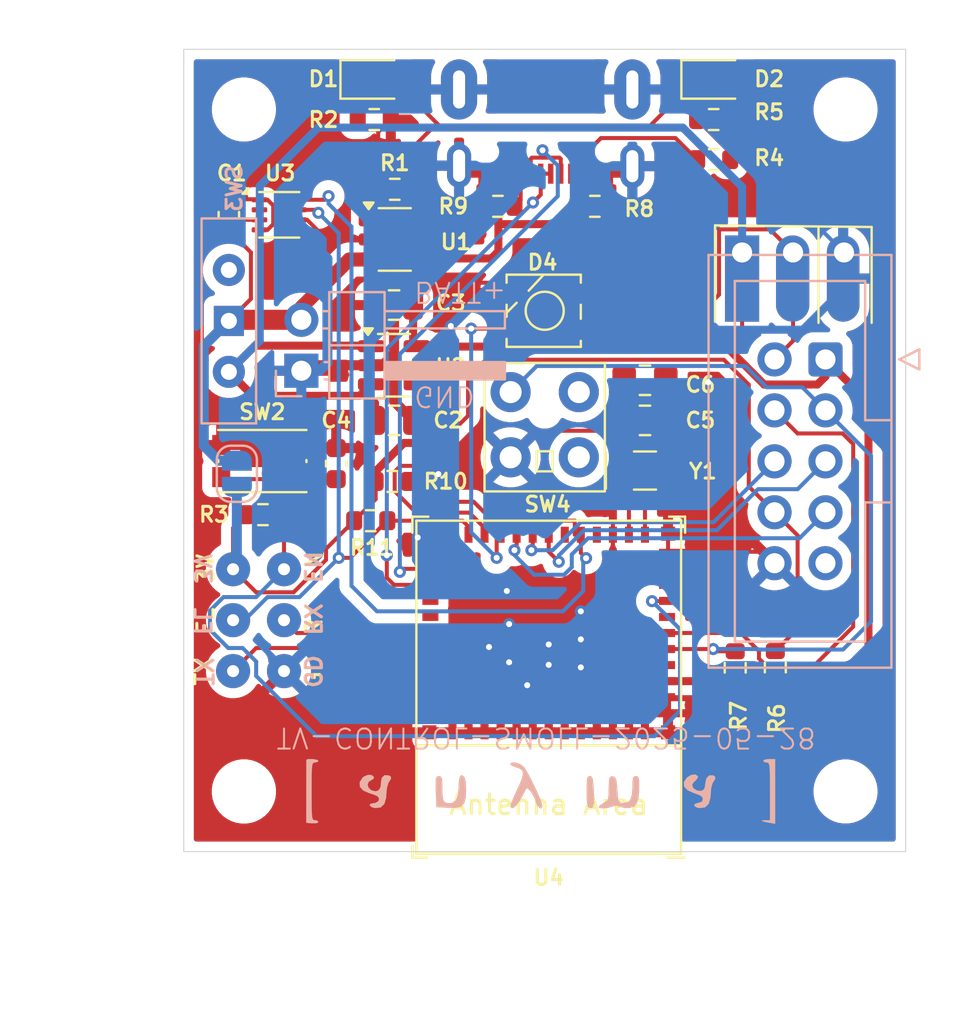
<source format=kicad_pcb>
(kicad_pcb (version 20241229) (generator "pcbnew") (generator_version "9.0")
  (layers (0 "F.Cu" signal) (2 "B.Cu" signal) (13 "F.Paste" user) (15 "B.Paste" user) (5 "F.SilkS" user "F.Silkscreen") (7 "B.SilkS" user "B.Silkscreen") (1 "F.Mask" user) (3 "B.Mask" user) (25 "Edge.Cuts" user))
  (net 0 "")
  (net 1 "GND")
  (net 2 "+BATT")
  (net 3 "+3V8")
  (net 4 "+3V3")
  (net 5 "/en")
  (net 6 "Net-(U4-GPIO0{slash}ADC1_CH0{slash}XTAL_32K_P)")
  (net 7 "Net-(U4-GPIO1{slash}ADC1_CH1{slash}XTAL_32K_N)")
  (net 8 "Net-(D1-A)")
  (net 9 "Net-(D1-K)")
  (net 10 "Net-(D2-A)")
  (net 11 "/pix")
  (net 12 "/pixout")
  (net 14 "/gpio_8")
  (net 15 "Net-(J2-Pin_5)")
  (net 16 "Net-(J2-Pin_7)")
  (net 17 "/strap2")
  (net 18 "Net-(J2-Pin_6)")
  (net 19 "Net-(J2-Pin_4)")
  (net 20 "/rx")
  (net 21 "/tx")
  (net 22 "/scl{slash}flash")
  (net 23 "/usb-")
  (net 24 "Net-(J4-CC1)")
  (net 25 "Net-(J4-CC2)")
  (net 27 "/usb+")
  (net 28 "+5V")
  (net 30 "Net-(U1-PROG)")
  (net 31 "/sda")
  (footprint "Anyma06:DDS001" (layer "F.Cu") (at 128 152.54 -90)
    (property "Reference" "SW4")
    (property "Value" "Btn-1")
  )
  (footprint "MountingHole:MountingHole_2.7mm_M2.5" (layer "F.Cu") (at 143 169)
    (property "Reference" "H2" (hide yes))
    (property "Value" "MountingHole")
  )
  (footprint "Package_TO_SOT_SMD:SOT-23-5" (layer "F.Cu") (at 120.488095 147.750001)
    (property "Reference" "U2")
    (property "Value" "XC6220B331MR")
  )
  (footprint "Capacitor_SMD:C_0805_2012Metric_Pad1.18x1.45mm_HandSolder" (layer "F.Cu") (at 133 150.5)
    (property "Reference" "C5")
    (property "Value" "10p")
  )
  (footprint "Capacitor_SMD:C_0805_2012Metric_Pad1.18x1.45mm_HandSolder" (layer "F.Cu") (at 133 148.5)
    (property "Reference" "C6")
    (property "Value" "10p")
  )
  (footprint "Resistor_SMD:R_0603_1608Metric" (layer "F.Cu") (at 130.5 139.827)
    (property "Reference" "R8")
    (property "Value" "5k1")
  )
  (footprint "Anyma06:ESP-POGO-PROG-THT" (layer "F.Cu") (at 113.66 160.42)
    (property "Reference" "J3" (hide yes))
    (property "Value" "Prog")
  )
  (footprint "MountingHole:MountingHole_2.7mm_M2.5" (layer "F.Cu") (at 113 135)
    (property "Reference" "H3" (hide yes))
    (property "Value" "MountingHole")
  )
  (footprint "Resistor_SMD:R_0603_1608Metric" (layer "F.Cu") (at 120.396 153.543)
    (property "Reference" "R10")
    (property "Value" "5k1")
  )
  (footprint "Capacitor_SMD:C_0805_2012Metric" (layer "F.Cu") (at 120.488095 150.500001)
    (property "Reference" "C2")
    (property "Value" "10u")
  )
  (footprint "MountingHole:MountingHole_2.7mm_M2.5" (layer "F.Cu") (at 113 169)
    (property "Reference" "H4" (hide yes))
    (property "Value" "MountingHole")
  )
  (footprint "Resistor_SMD:R_0603_1608Metric" (layer "F.Cu") (at 125.667 139.827 180)
    (property "Reference" "R9")
    (property "Value" "5k1")
  )
  (footprint "Capacitor_SMD:C_0603_1608Metric" (layer "F.Cu") (at 112.25 140.25 90)
    (property "Reference" "C1")
    (property "Value" "100n")
  )
  (footprint "Package_TO_SOT_SMD:SOT-23-5" (layer "F.Cu") (at 120.523 141.478)
    (property "Reference" "U1")
    (property "Value" "MCP73831-2-OT")
  )
  (footprint "Capacitor_SMD:C_0805_2012Metric" (layer "F.Cu") (at 120.488095 144.750001 180)
    (property "Reference" "C3")
    (property "Value" "4u7")
  )
  (footprint "Anyma06:ESP32-C3-MINI-1" (layer "F.Cu") (at 128.2 163.8 180)
    (property "Reference" "U4")
    (property "Value" "ESP32-C3-MINI-1")
  )
  (footprint "Resistor_SMD:R_0603_1608Metric" (layer "F.Cu") (at 136.425 137.5)
    (property "Reference" "R4")
    (property "Value" "2k")
  )
  (footprint "Resistor_SMD:R_0603_1608Metric" (layer "F.Cu") (at 113.95 155.2)
    (property "Reference" "R3")
    (property "Value" "5k1")
  )
  (footprint "Resistor_SMD:R_0603_1608Metric" (layer "F.Cu") (at 120.523 138.978 180)
    (property "Reference" "R1")
    (property "Value" "2k")
  )
  (footprint "MountingHole:MountingHole_2.7mm_M2.5" (layer "F.Cu") (at 143 135)
    (property "Reference" "H1" (hide yes))
    (property "Value" "MountingHole")
  )
  (footprint "Resistor_SMD:R_0603_1608Metric" (layer "F.Cu") (at 137.5 162.835 90)
    (property "Reference" "R7")
    (property "Value" "5k1")
  )
  (footprint "Resistor_SMD:R_0603_1608Metric" (layer "F.Cu") (at 119.325 155.5)
    (property "Reference" "R11")
    (property "Value" "5k1")
  )
  (footprint "Resistor_SMD:R_0603_1608Metric" (layer "F.Cu") (at 139.5 162.825 90)
    (property "Reference" "R6")
    (property "Value" "5k1")
  )
  (footprint "Button_Switch_SMD:SW_Push_1P1T_NO_CK_KMR2" (layer "F.Cu") (at 113.919 152.527)
    (property "Reference" "SW2")
    (property "Value" "Reset")
  )
  (footprint "Resistor_SMD:R_0603_1608Metric" (layer "F.Cu") (at 119.5 135.5)
    (property "Reference" "R2")
    (property "Value" "2k")
  )
  (footprint "Resistor_SMD:R_0603_1608Metric" (layer "F.Cu") (at 136.425 135.5)
    (property "Reference" "R5")
    (property "Value" "2k")
  )
  (footprint "LED_SMD:LED_0805_2012Metric" (layer "F.Cu") (at 119.5 133.5)
    (property "Reference" "D1")
    (property "Value" "RDY")
  )
  (footprint "synkie_footprints:JAE_USB-C_SJ122205" (layer "F.Cu") (at 128.05 137.1 180)
    (property "Reference" "J4" (hide yes))
    (property "Value" "USB_C_Receptacle_USB2.0")
  )
  (footprint "Crystal:Crystal_SMD_G8-2Pin_3.2x1.5mm" (layer "F.Cu") (at 133 153)
    (property "Reference" "Y1")
    (property "Value" "32.768khz")
  )
  (footprint "Capacitor_SMD:C_0603_1608Metric" (layer "F.Cu") (at 117.602 152.654 90)
    (property "Reference" "C4")
    (property "Value" "1u")
  )
  (footprint "Package_DFN_QFN:TDFN-8-1EP_2x2mm_P0.5mm_EP0.8x1.2mm" (layer "F.Cu") (at 114.7625 140.25)
    (property "Reference" "U3")
    (property "Value" "~")
  )
  (footprint "Anyma06:SK6812-MINI-HS" (layer "F.Cu") (at 128 145.034 180)
    (property "Reference" "D4")
    (property "Value" "SK6812MINI")
  )
  (footprint "Anyma06:ComboPinhead_03" (layer "F.Cu") (at 137.843 142.1275 90)
    (property "Reference" "J11" (hide yes))
    (property "Value" "pixels")
  )
  (footprint "LED_SMD:LED_0805_2012Metric" (layer "F.Cu") (at 136.5 133.5)
    (property "Reference" "D2")
    (property "Value" "CHRG")
  )
  (footprint "Jumper:SolderJumper-2_P1.3mm_Open_RoundedPad1.0x1.5mm" (layer "B.Cu") (at 112.649 153.162 -90)
    (property "Reference" "JP1" (hide yes))
    (property "Value" "cell-powered")
  )
  (footprint "Connector_PinHeader_2.54mm:PinHeader_1x02_P2.54mm_Horizontal" (layer "B.Cu") (at 115.865 148.025)
    (property "Reference" "J1" (hide yes))
    (property "Value" "BATT")
  )
  (footprint "Button_Switch_THT:SW_Slide-03_Wuerth-WS-SLTV_10x2.5x6.4_P2.54mm" (layer "B.Cu") (at 112.25 145.54 90)
    (property "Reference" "SW3")
    (property "Value" "SW_SPDT")
  )
  (footprint "anyma_footprints:logo_anyma" (layer "B.Cu") (at 127.889 168.91)
    (property "Reference" "U5" (hide yes))
    (property "Value" "LOGO" (hide yes))
  )
  (footprint "Connector_IDC:IDC-Header_2x05_P2.54mm_Vertical" (layer "B.Cu") (at 142 147.46 180)
    (property "Reference" "J2" (hide yes))
    (property "Value" "Conn_01x10")
  )
  (gr_rect (start 110 132) (end 146 172) (stroke (width 0.05)) (fill no) (layer "Edge.Cuts"))
  (gr_text "GND" (at 121.412 148.717 180) (layer "B.SilkS") (effects (font (size 1 1) (thickness 0.1)) (justify left bottom mirror)))
  (gr_text "TV-CONTROL-SMOLL-2025-05-28" (at 114.554 165.735 180) (layer "B.SilkS") (effects (font (size 1 1) (thickness 0.1)) (justify left bottom mirror)))
  (gr_text "BATT+" (at 121.412 143.51 180) (layer "B.SilkS") (effects (font (size 1 1) (thickness 0.1)) (justify left bottom mirror)))
  (segment (start 115.865 148.025) (end 116.139999 147.750001) (width 0.5) (layer "F.Cu") (net 1))
  (segment (start 130.175 159.385) (end 129.8 159.76) (width 0.2) (layer "F.Cu") (net 1))
  (segment (start 124.95 138.2) (end 124.13 138.2) (width 0.4) (layer "F.Cu") (net 1))
  (segment (start 120.489095 147.667095) (end 120.489095 149.551001) (width 0.5) (layer "F.Cu") (net 1))
  (segment (start 120.487095 143.637) (end 120.487095 142.783905) (width 0.5) (layer "F.Cu") (net 1))
  (segment (start 126.225 159.118) (end 126.225 160.655) (width 0.2) (layer "F.Cu") (net 1))
  (segment (start 117.131298 141.478) (end 118.11 141.478) (width 0.2) (layer "F.Cu") (net 1))
  (segment (start 120.523 142.748) (end 120.523 141.478) (width 0.5) (layer "F.Cu") (net 1))
  (segment (start 120.487095 147.665095) (end 120.489095 147.667095) (width 0.5) (layer "F.Cu") (net 1))
  (segment (start 126.111 159.004) (end 126.225 159.118) (width 0.2) (layer "F.Cu") (net 1))
  (segment (start 119.3855 141.478) (end 118.999 141.478) (width 0.5) (layer "F.Cu") (net 1))
  (segment (start 115 163) (end 116.078 164.078) (width 0.2) (layer "F.Cu") (net 1))
  (segment (start 134.1 157.1) (end 132.2 157.1) (width 0.2) (layer "F.Cu") (net 1))
  (segment (start 115.0125 140.5) (end 114.7625 140.25) (width 0.2) (layer "F.Cu") (net 1))
  (segment (start 126.2 144.144) (end 125.693 143.637) (width 0.2) (layer "F.Cu") (net 1))
  (segment (start 119.917195 147.750001) (end 120.487095 147.180101) (width 0.5) (layer "F.Cu") (net 1))
  (segment (start 119.538095 144.750001) (end 120.457096 144.750001) (width 0.5) (layer "F.Cu") (net 1))
  (segment (start 117.796 166.05) (end 122.25 166.05) (width 0.2) (layer "F.Cu") (net 1))
  (segment (start 116.153298 140.5) (end 117.131298 141.478) (width 0.2) (layer "F.Cu") (net 1))
  (segment (start 120.487095 142.783905) (end 120.523 142.748) (width 0.5) (layer "F.Cu") (net 1))
  (segment (start 131.9625 150.5) (end 131.4465 151.016) (width 0.2) (layer "F.Cu") (net 1))
  (segment (start 128.2 162.687) (end 128.2 163.075) (width 0.2) (layer "F.Cu") (net 1))
  (segment (start 131.15 139.652) (end 131.325 139.827) (width 0.4) (layer "F.Cu") (net 1))
  (segment (start 113.775 139.5) (end 114.178298 139.5) (width 0.2) (layer "F.Cu") (net 1))
  (segment (start 118.237 141.351) (end 118.11 141.478) (width 0.2) (layer "F.Cu") (net 1))
  (segment (start 134.15 156.15) (end 134.15 157.05) (width 0.2) (layer "F.Cu") (net 1))
  (segment (start 119.3855 141.478) (end 120.523 141.478) (width 0.5) (layer "F.Cu") (net 1))
  (segment (start 131.15 138.2) (end 131.15 139.652) (width 0.4) (layer "F.Cu") (net 1))
  (segment (start 134.1 164.3) (end 134.1 166) (width 0.2) (layer "F.Cu") (net 1))
  (segment (start 131.4 156.2) (end 131.4 157.9) (width 0.2) (layer "F.Cu") (net 1))
  (segment (start 119.350595 147.750001) (end 119.917195 147.750001) (width 0.5) (layer "F.Cu") (net 1))
  (segment (start 126.225 160.655) (end 126.225 162.56) (width 0.2) (layer "F.Cu") (net 1))
  (segment (start 126.225 159.125) (end 126.225 163.075) (width 0.2) (layer "F.Cu") (net 1))
  (segment (start 115.951 164.205) (end 117.796 166.05) (width 0.2) (layer "F.Cu") (net 1))
  (segment (start 125.693 143.637) (end 120.487095 143.637) (width 0.2) (layer "F.Cu") (net 1))
  (segment (start 118.11 141.478) (end 119.3855 141.478) (width 0.2) (layer "F.Cu") (net 1))
  (segment (start 122.25 156.15) (end 121.853 156.15) (width 0.2) (layer "F.Cu") (net 1))
  (segment (start 120.487095 144.78) (end 120.487095 143.637) (width 0.5) (layer "F.Cu") (net 1))
  (segment (start 131.4 157.9) (end 130.175 159.125) (width 0.2) (layer "F.Cu") (net 1))
  (segment (start 120.487095 147.180101) (end 120.487095 147.665095) (width 0.5) (layer "F.Cu") (net 1))
  (segment (start 126.225 162.56) (end 126.225 163.075) (width 0.2) (layer "F.Cu") (net 1))
  (segment (start 114.178298 139.5) (end 114.7625 140.084202) (width 0.2) (layer "F.Cu") (net 1))
  (segment (start 114.7625 140.084202) (end 114.7625 140.25) (width 0.2) (layer "F.Cu") (net 1))
  (segment (start 116.139999 147.750001) (end 119.350595 147.750001) (width 0.5) (layer "F.Cu") (net 1))
  (segment (start 134.1 157.1) (end 134.15 157.05) (width 0.2) (layer "F.Cu") (net 1))
  (segment (start 120.487095 147.180101) (end 120.487095 144.78) (width 0.5) (layer "F.Cu") (net 1))
  (segment (start 124.95 139.719) (end 124.842 139.827) (width 0.4) (layer "F.Cu") (net 1))
  (segment (start 127.624 151.016) (end 126.3 152.34) (width 0.2) (layer "F.Cu") (net 1))
  (segment (start 138.89 157.05) (end 139.46 157.62) (width 0.2) (layer "F.Cu") (net 1))
  (segment (start 118.237 137.287) (end 118.237 141.351) (width 0.2) (layer "F.Cu") (net 1))
  (segment (start 120.489095 149.551001) (end 121.438095 150.500001) (width 0.5) (layer "F.Cu") (net 1))
  (segment (start 131.4 156.2) (end 131.4 155.022) (width 0.2) (layer "F.Cu") (net 1))
  (segment (start 122.25 166.05) (end 134.15 166.05) (width 0.2) (layer "F.Cu") (net 1))
  (segment (start 124.842 141.223) (end 124.842 139.827) (width 0.5) (layer "F.Cu") (net 1))
  (segment (start 113.75 139.475) (end 113.775 139.5) (width 0.2) (layer "F.Cu") (net 1))
  (segment (start 130.175 159.125) (end 130.175 159.385) (width 0.2) (layer "F.Cu") (net 1))
  (segment (start 113.775 141) (end 114.178298 141) (width 0.2) (layer "F.Cu") (net 1))
  (segment (start 131.15 138.2) (end 131.995 138.2) (width 0.4) (layer "F.Cu") (net 1))
  (segment (start 134.1 166) (end 134.15 166.05) (width 0.2) (layer "F.Cu") (net 1))
  (segment (start 124.13 138.2) (end 123.73 137.8) (width 0.4) (layer "F.Cu") (net 1))
  (segment (start 130.556 154.178) (end 128.138 154.178) (width 0.2) (layer "F.Cu") (net 1))
  (segment (start 131.995 138.2) (end 132.37 137.825) (width 0.4) (layer "F.Cu") (net 1))
  (segment (start 124.95 138.2) (end 124.95 139.719) (width 0.4) (layer "F.Cu") (net 1))
  (segment (start 129.8 161.417) (end 129.8 162.814) (width 0.2) (layer "F.Cu") (net 1))
  (segment (start 131.4 155.022) (end 130.556 154.178) (width 0.2) (layer "F.Cu") (net 1))
  (segment (start 116.078 164.078) (end 115.951 164.205) (width 0.2) (layer "F.Cu") (net 1))
  (segment (start 129.8 162.814) (end 129.8 166) (width 0.2) (layer "F.Cu") (net 1))
  (segment (start 115.75 140.5) (end 116.153298 140.5) (width 0.2) (layer "F.Cu") (net 1))
  (segment (start 119.698 136.127) (end 120.325 135.5) (width 0.2) (layer "F.Cu") (net 1))
  (segment (start 119.698 137.287) (end 118.237 137.287) (width 0.2) (layer "F.Cu") (net 1))
  (segment (start 115.75 140.5) (end 115.0125 140.5) (width 0.2) (layer "F.Cu") (net 1))
  (segment (start 126.225 159.125) (end 130.175 159.125) (width 0.2) (layer "F.Cu") (net 1))
  (segment (start 131.9625 148.5) (end 131.9625 150.5) (width 0.2) (layer "F.Cu") (net 1))
  (segment (start 131.4465 151.016) (end 127.624 151.016) (width 0.2) (layer "F.Cu") (net 1))
  (segment (start 114.178298 141) (end 114.7625 140.415798) (width 0.2) (layer "F.Cu") (net 1))
  (segment (start 119.698 138.978) (end 119.698 137.287) (width 0.2) (layer "F.Cu") (net 1))
  (segment (start 129.8 159.76) (end 129.8 160.02) (width 0.2) (layer "F.Cu") (net 1))
  (segment (start 128.138 154.178) (end 126.3 152.34) (width 0.2) (layer "F.Cu") (net 1))
  (segment (start 121.853 156.15) (end 121.666 156.337) (width 0.2) (layer "F.Cu") (net 1))
  (segment (start 128.2 159.125) (end 128.2 161.671) (width 0.2) (layer "F.Cu") (net 1))
  (segment (start 119.698 137.287) (end 119.698 136.127) (width 0.2) (layer "F.Cu") (net 1))
  (segment (start 129.8 160.02) (end 129.8 161.417) (width 0.2) (layer "F.Cu") (net 1))
  (segment (start 120.457096 144.750001) (end 120.487095 144.78) (width 0.5) (layer "F.Cu") (net 1))
  (segment (start 132.2 157.1) (end 131.4 157.9) (width 0.2) (layer "F.Cu") (net 1))
  (segment (start 112.25 139.475) (end 113.75 139.475) (width 0.2) (layer "F.Cu") (net 1))
  (segment (start 120.523 141.478) (end 124.587 141.478) (width 0.5) (layer "F.Cu") (net 1))
  (segment (start 134.15 157.05) (end 138.89 157.05) (width 0.2) (layer "F.Cu") (net 1))
  (segment (start 114.7625 140.415798) (end 114.7625 140.25) (width 0.2) (layer "F.Cu") (net 1))
  (segment (start 128.2 161.671) (end 128.2 162.687) (width 0.2) (layer "F.Cu") (net 1))
  (segment (start 124.587 141.478) (end 124.842 141.223) (width 0.5) (layer "F.Cu") (net 1))
  (via (at 129.8 160.02) (size 0.6) (drill 0.3) (layers "F.Cu" "B.Cu") (net 1))
  (via (at 126.111 159.004) (size 0.6) (drill 0.3) (layers "F.Cu" "B.Cu") (net 1))
  (via (at 129.8 162.814) (size 0.6) (drill 0.3) (layers "F.Cu" "B.Cu") (net 1))
  (via (at 136.144 148.59) (size 0.6) (drill 0.3) (layers "F.Cu" "B.Cu") (net 1))
  (via (at 129.8 161.417) (size 0.6) (drill 0.3) (layers "F.Cu" "B.Cu") (net 1))
  (via (at 126.225 160.655) (size 0.6) (drill 0.3) (layers "F.Cu" "B.Cu") (net 1))
  (via (at 122.69712 153.17712) (size 0.6) (drill 0.3) (layers "F.Cu" "B.Cu") (net 1))
  (via (at 126.225 162.56) (size 0.6) (drill 0.3) (layers "F.Cu" "B.Cu") (net 1))
  (via (at 125.222 161.798) (size 0.6) (drill 0.3) (layers "F.Cu" "B.Cu") (net 1))
  (via (at 121.666 156.337) (size 0.6) (drill 0.3) (layers "F.Cu" "B.Cu") (net 1))
  (via (at 128.2 162.687) (size 0.6) (drill 0.3) (layers "F.Cu" "B.Cu") (net 1))
  (via (at 123.317 145.796) (size 0.6) (drill 0.3) (layers "F.Cu" "B.Cu") (net 1))
  (via (at 127.127 163.703) (size 0.6) (drill 0.3) (layers "F.Cu" "B.Cu") (net 1))
  (via (at 128.2 161.671) (size 0.6) (drill 0.3) (layers "F.Cu" "B.Cu") (net 1))
  (segment (start 132.37 137.825) (end 132.37 140.716) (width 0.4) (layer "B.Cu") (net 1))
  (segment (start 117.166 142.439) (end 115.316 140.589) (width 0.5) (layer "B.Cu") (net 1))
  (segment (start 116.835 137.8) (end 123.73 137.8) (width 0.5) (layer "B.Cu") (net 1))
  (segment (start 123.73 134) (end 132.37 134) (width 0.2) (layer "B.Cu") (net 1))
  (segment (start 136.592 145.9785) (end 140.872897 145.9785) (width 0.4) (layer "B.Cu") (net 1))
  (segment (start 116.77 148.025) (end 117.166 147.629) (width 0.5) (layer "B.Cu") (net 1))
  (segment (start 124.333 159.004) (end 126.111 159.004) (width 0.2) (layer "B.Cu") (net 1))
  (segment (start 134.7955 134) (end 142.923 142.1275) (width 0.2) (layer "B.Cu") (net 1))
  (segment (start 115.316 139.319) (end 116.835 137.8) (width 0.5) (layer "B.Cu") (net 1))
  (segment (start 128.397 140.716) (end 132.37 140.716) (width 0.5) (layer "B.Cu") (net 1))
  (segment (start 140.872897 145.9785) (end 142.923 143.928397) (width 0.4) (layer "B.Cu") (net 1))
  (segment (start 121.666 156.337) (end 124.079 158.75) (width 0.2) (layer "B.Cu") (net 1))
  (segment (start 124.079 158.75) (end 124.333 159.004) (width 0.2) (layer "B.Cu") (net 1))
  (segment (start 132.37 134) (end 134.7955 134) (width 0.2) (layer "B.Cu") (net 1))
  (segment (start 115.316 140.589) (end 115.316 139.319) (width 0.5) (layer "B.Cu") (net 1))
  (segment (start 142.923 143.928397) (end 142.923 142.1275) (width 0.4) (layer "B.Cu") (net 1))
  (segment (start 123.317 145.796) (end 128.397 140.716) (width 0.5) (layer "B.Cu") (net 1))
  (segment (start 132.37 140.716) (end 132.37 141.7565) (width 0.4) (layer "B.Cu") (net 1))
  (segment (start 117.166 147.629) (end 117.166 142.439) (width 0.5) (layer "B.Cu") (net 1))
  (segment (start 115.865 148.025) (end 116.77 148.025) (width 0.5) (layer "B.Cu") (net 1))
  (segment (start 132.37 141.7565) (end 136.592 145.9785) (width 0.4) (layer "B.Cu") (net 1))
  (segment (start 115.865 145.485) (end 112.305 145.485) (width 1) (layer "F.Cu") (net 2))
  (segment (start 112.25 141.025) (end 112.775 140.5) (width 0.2) (layer "F.Cu") (net 2))
  (segment (start 115.865 145.485) (end 115.865 144.866) (width 0.7) (layer "F.Cu") (net 2))
  (segment (start 113.351 142.126) (end 113.351 144.439) (width 0.2) (layer "F.Cu") (net 2))
  (segment (start 113.775 140) (end 113.775 140.5) (width 0.2) (layer "F.Cu") (net 2))
  (segment (start 113.351 144.439) (end 112.25 145.54) (width 0.2) (layer "F.Cu") (net 2))
  (segment (start 115.865 144.866) (end 118.252 142.479) (width 0.7) (layer "F.Cu") (net 2))
  (segment (start 112.305 145.485) (end 112.25 145.54) (width 1) (layer "F.Cu") (net 2))
  (segment (start 118.252 142.479) (end 119.3855 142.479) (width 0.7) (layer "F.Cu") (net 2))
  (segment (start 112.775 140.5) (end 113.775 140.5) (width 0.2) (layer "F.Cu") (net 2))
  (segment (start 112.25 141.025) (end 113.351 142.126) (width 0.2) (layer "F.Cu") (net 2))
  (segment (start 110.999 151.766) (end 110.999 146.791) (width 0.5) (layer "B.Cu") (net 2))
  (segment (start 110.999 146.791) (end 112.25 145.54) (width 0.5) (layer "B.Cu") (net 2))
  (segment (start 111.745 152.512) (end 110.999 151.766) (width 0.5) (layer "B.Cu") (net 2))
  (segment (start 112.649 152.512) (end 111.745 152.512) (width 0.5) (layer "B.Cu") (net 2))
  (segment (start 113.446 149.276) (end 112.25 148.08) (width 0.4) (layer "F.Cu") (net 3))
  (segment (start 129.84 145.924) (end 137.843 145.924) (width 0.2) (layer "F.Cu") (net 3))
  (segment (start 119.538095 150.500001) (end 119.538095 149.637095) (width 0.4) (layer "F.Cu") (net 3))
  (segment (start 118.774596 149.276) (end 113.446 149.276) (width 0.4) (layer "F.Cu") (net 3))
  (segment (start 113.556 146.774) (end 112.25 148.08) (width 0.4) (layer "F.Cu") (net 3))
  (segment (start 119.350595 146.800001) (end 119.324594 146.774) (width 0.4) (layer "F.Cu") (net 3))
  (segment (start 119.538095 149.637095) (end 118.975798 149.074798) (width 0.4) (layer "F.Cu") (net 3))
  (segment (start 119.350595 148.700001) (end 118.975798 149.074798) (width 0.4) (layer "F.Cu") (net 3))
  (segment (start 118.975798 149.074798) (end 118.774596 149.276) (width 0.4) (layer "F.Cu") (net 3))
  (segment (start 137.843 145.924) (end 137.843 142.1275) (width 0.2) (layer "F.Cu") (net 3))
  (segment (start 119.324594 146.774) (end 113.556 146.774) (width 0.4) (layer "F.Cu") (net 3))
  (segment (start 113.792 138.811) (end 113.792 146.538) (width 0.4) (layer "B.Cu") (net 3))
  (segment (start 113.792 146.538) (end 112.25 148.08) (width 0.4) (layer "B.Cu") (net 3))
  (segment (start 134.885 135.901) (end 116.702 135.901) (width 0.4) (layer "B.Cu") (net 3))
  (segment (start 137.843 138.859) (end 134.885 135.901) (width 0.4) (layer "B.Cu") (net 3))
  (segment (start 116.702 135.901) (end 113.792 138.811) (width 0.4) (layer "B.Cu") (net 3))
  (segment (start 137.843 142.1275) (end 137.843 138.859) (width 0.4) (layer "B.Cu") (net 3))
  (segment (start 125.23342 146.825) (end 127.08658 146.825) (width 0.4) (layer "F.Cu") (net 4))
  (segment (start 144.145 161.798) (end 142.283 163.66) (width 0.4) (layer "F.Cu") (net 4))
  (segment (start 137.055818 146.825) (end 138.941818 148.711) (width 0.4) (layer "F.Cu") (net 4))
  (segment (start 128.90842 146.82) (end 128.91342 146.825) (width 0.4) (layer "F.Cu") (net 4))
  (segment (start 127.08658 146.825) (end 127.09158 146.82) (width 0.4) (layer "F.Cu") (net 4))
  (segment (start 130.77158 146.82) (end 134.663267 146.82) (width 0.4) (layer "F.Cu") (net 4))
  (segment (start 137.34 163.5) (end 137.5 163.66) (width 0.4) (layer "F.Cu") (net 4))
  (segment (start 141.599 148.711) (end 142 148.31) (width 0.4) (layer "F.Cu") (net 4))
  (segment (start 121.438095 144.750001) (end 121.438095 146.612501) (width 0.4) (layer "F.Cu") (net 4))
  (segment (start 130.76658 146.825) (end 130.77158 146.82) (width 0.4) (layer "F.Cu") (net 4))
  (segment (start 115.47676 159.071) (end 113.611 159.071) (width 0.2) (layer "F.Cu") (net 4))
  (segment (start 113.611 159.071) (end 112.46 157.92) (width 0.2) (layer "F.Cu") (net 4))
  (segment (start 123.322 146.82) (end 125.22842 146.82) (width 0.4) (layer "F.Cu") (net 4))
  (segment (start 119.571 154.429) (end 118.5 155.5) (width 0.2) (layer "F.Cu") (net 4))
  (segment (start 123.317 150.273676) (end 121.964675 151.626001) (width 0.4) (layer "F.Cu") (net 4))
  (segment (start 121.625595 146.800001) (end 122.288094 146.800001) (width 0.4) (layer "F.Cu") (net 4))
  (segment (start 134.663267 146.82) (end 134.668266 146.825) (width 0.4) (layer "F.Cu") (net 4))
  (segment (start 120.979693 151.626001) (end 119.571 153.034694) (width 0.4) (layer "F.Cu") (net 4))
  (segment (start 119.571 153.034694) (end 119.571 153.543) (width 0.4) (layer "F.Cu") (net 4))
  (segment (start 142 147.46) (end 144.145 149.605) (width 0.4) (layer "F.Cu") (net 4))
  (segment (start 134.1 163.5) (end 137.34 163.5) (width 0.4) (layer "F.Cu") (net 4))
  (segment (start 119.571 153.543) (end 119.571 154.429) (width 0.2) (layer "F.Cu") (net 4))
  (segment (start 144.145 149.605) (end 144.145 161.798) (width 0.4) (layer "F.Cu") (net 4))
  (segment (start 125.22842 146.82) (end 125.23342 146.825) (width 0.4) (layer "F.Cu") (net 4))
  (segment (start 122.313093 146.825) (end 123.317 146.825) (width 0.4) (layer "F.Cu") (net 4))
  (segment (start 117.094 157.45376) (end 115.47676 159.071) (width 0.2) (layer "F.Cu") (net 4))
  (segment (start 122.288094 146.800001) (end 122.313093 146.825) (width 0.4) (layer "F.Cu") (net 4))
  (segment (start 121.964675 151.626001) (end 120.979693 151.626001) (width 0.4) (layer "F.Cu") (net 4))
  (segment (start 118.5 155.5) (end 117.094 156.906) (width 0.2) (layer "F.Cu") (net 4))
  (segment (start 123.317 146.825) (end 123.322 146.82) (width 0.4) (layer "F.Cu") (net 4))
  (segment (start 128.91342 146.825) (end 130.76658 146.825) (width 0.4) (layer "F.Cu") (net 4))
  (segment (start 121.438095 146.612501) (end 121.625595 146.800001) (width 0.4) (layer "F.Cu") (net 4))
  (segment (start 142 148.31) (end 142 147.46) (width 0.4) (layer "F.Cu") (net 4))
  (segment (start 138.941818 148.711) (end 141.599 148.711) (width 0.4) (layer "F.Cu") (net 4))
  (segment (start 112.46 157.92) (end 112.46 155.865) (width 0.2) (layer "F.Cu") (net 4))
  (segment (start 112.46 155.865) (end 113.125 155.2) (width 0.2) (layer "F.Cu") (net 4))
  (segment (start 123.317 146.825) (end 123.317 150.273676) (width 0.4) (layer "F.Cu") (net 4))
  (segment (start 117.094 156.906) (end 117.094 157.45376) (width 0.2) (layer "F.Cu") (net 4))
  (segment (start 142.283 163.66) (end 137.5 163.66) (width 0.4) (layer "F.Cu") (net 4))
  (segment (start 134.668266 146.825) (end 137.055818 146.825) (width 0.4) (layer "F.Cu") (net 4))
  (segment (start 127.09158 146.82) (end 128.90842 146.82) (width 0.4) (layer "F.Cu") (net 4))
  (segment (start 112.649 153.812) (end 112.649 157.731) (width 0.5) (layer "B.Cu") (net 4))
  (segment (start 112.649 157.731) (end 112.46 157.92) (width 0.5) (layer "B.Cu") (net 4))
  (segment (start 117.602 153.429) (end 114.808 153.429) (width 0.2) (layer "F.Cu") (net 5))
  (segment (start 114.808 153.429) (end 114.808 153.67) (width 0.2) (layer "F.Cu") (net 5))
  (segment (start 111.971 153.429) (end 111.869 153.327) (width 0.2) (layer "F.Cu") (net 5))
  (segment (start 114.775 153.703) (end 114.775 155.2) (width 0.2) (layer "F.Cu") (net 5))
  (segment (start 133.35 159.512) (end 134.088 159.512) (width 0.2) (layer "F.Cu") (net 5))
  (segment (start 115 155.425) (end 114.775 155.2) (width 0.2) (layer "F.Cu") (net 5))
  (segment (start 115 157.92) (end 115 155.425) (width 0.2) (layer "F.Cu") (net 5))
  (segment (start 114.808 153.429) (end 111.971 153.429) (width 0.2) (layer "F.Cu") (net 5))
  (segment (start 114.808 153.67) (end 114.775 153.703) (width 0.2) (layer "F.Cu") (net 5))
  (segment (start 134.088 159.512) (end 134.1 159.5) (width 0.2) (layer "F.Cu") (net 5))
  (via (at 133.35 159.512) (size 0.6) (drill 0.3) (layers "F.Cu" "B.Cu") (net 5))
  (segment (start 116.61524 166.243) (end 133.477 166.243) (width 0.2) (layer "B.Cu") (net 5))
  (segment (start 134.747 160.909) (end 133.35 159.512) (width 0.2) (layer "B.Cu") (net 5))
  (segment (start 112.22124 161.849) (end 112.93676 161.849) (width 0.2) (layer "B.Cu") (net 5))
  (segment (start 111.98324 159.309) (end 111.309 159.98324) (width 0.2) (layer "B.Cu") (net 5))
  (segment (start 111.309 160.93676) (end 112.22124 161.849) (width 0.2) (layer "B.Cu") (net 5))
  (segment (start 115 157.92) (end 113.611 159.309) (width 0.2) (layer "B.Cu") (net 5))
  (segment (start 113.611 162.52324) (end 113.611 163.23876) (width 0.2) (layer "B.Cu") (net 5))
  (segment (start 112.93676 161.849) (end 113.611 162.52324) (width 0.2) (layer "B.Cu") (net 5))
  (segment (start 133.477 166.243) (end 134.747 164.973) (width 0.2) (layer "B.Cu") (net 5))
  (segment (start 113.611 163.23876) (end 116.61524 166.243) (width 0.2) (layer "B.Cu") (net 5))
  (segment (start 113.611 159.309) (end 111.98324 159.309) (width 0.2) (layer "B.Cu") (net 5))
  (segment (start 111.309 159.98324) (end 111.309 160.93676) (width 0.2) (layer "B.Cu") (net 5))
  (segment (start 134.747 164.973) (end 134.747 160.909) (width 0.2) (layer "B.Cu") (net 5))
  (segment (start 133 154.25) (end 134.25 153) (width 0.2) (layer "F.Cu") (net 6))
  (segment (start 134.0375 152.7875) (end 134.25 153) (width 0.2) (layer "F.Cu") (net 6))
  (segment (start 133 156.2) (end 133 154.25) (width 0.2) (layer "F.Cu") (net 6))
  (segment (start 134.0375 150.5) (end 134.0375 152.7875) (width 0.2) (layer "F.Cu") (net 6))
  (segment (start 134.0375 148.5) (end 132.851 149.6865) (width 0.2) (layer "F.Cu") (net 7))
  (segment (start 131.75 153) (end 132.2 153.45) (width 0.2) (layer "F.Cu") (net 7))
  (segment (start 132.851 149.6865) (end 132.851 151.899) (width 0.2) (layer "F.Cu") (net 7))
  (segment (start 132.2 153.45) (end 132.2 156.2) (width 0.2) (layer "F.Cu") (net 7))
  (segment (start 132.851 151.899) (end 131.75 153) (width 0.2) (layer "F.Cu") (net 7))
  (segment (start 120.647 139.2665) (end 120.647 137.671) (width 0.2) (layer "F.Cu") (net 8))
  (segment (start 119.3855 140.528) (end 120.647 139.2665) (width 0.2) (layer "F.Cu") (net 8))
  (segment (start 122.7385 135.801) (end 122.62775 135.69025) (width 0.2) (layer "F.Cu") (net 8))
  (segment (start 135.5625 133.5) (end 133.2615 135.801) (width 0.2) (layer "F.Cu") (net 8))
  (segment (start 133.2615 135.801) (end 122.7385 135.801) (width 0.2) (layer "F.Cu") (net 8))
  (segment (start 120.647 137.671) (end 122.62775 135.69025) (width 0.2) (layer "F.Cu") (net 8))
  (segment (start 122.62775 135.69025) (end 120.4375 133.5) (width 0.2) (layer "F.Cu") (net 8))
  (segment (start 118.5625 133.5) (end 118.5625 135.3875) (width 0.2) (layer "F.Cu") (net 9))
  (segment (start 118.5625 135.3875) (end 118.675 135.5) (width 0.2) (layer "F.Cu") (net 9))
  (segment (start 135.6 135.5) (end 135.6 135.3375) (width 0.2) (layer "F.Cu") (net 10))
  (segment (start 137.25 137.15) (end 135.6 135.5) (width 0.2) (layer "F.Cu") (net 10))
  (segment (start 137.25 137.5) (end 137.25 137.15) (width 0.2) (layer "F.Cu") (net 10))
  (segment (start 135.6 135.3375) (end 137.4375 133.5) (width 0.2) (layer "F.Cu") (net 10))
  (segment (start 125.603 156.397) (end 125.8 156.2) (width 0.2) (layer "F.Cu") (net 11))
  (segment (start 125.603 157.353) (end 125.603 156.397) (width 0.2) (layer "F.Cu") (net 11))
  (segment (start 126.16 145.924) (end 124.334 145.924) (width 0.2) (layer "F.Cu") (net 11))
  (segment (start 124.334 145.924) (end 124.333 145.923) (width 0.2) (layer "F.Cu") (net 11))
  (via (at 124.333 145.923) (size 0.6) (drill 0.3) (layers "F.Cu" "B.Cu") (net 11))
  (via (at 125.603 157.353) (size 0.6) (drill 0.3) (layers "F.Cu" "B.Cu") (net 11))
  (segment (start 124.333 145.923) (end 124.333 156.083) (width 0.2) (layer "B.Cu") (net 11))
  (segment (start 124.333 156.083) (end 125.603 157.353) (width 0.2) (layer "B.Cu") (net 11))
  (segment (start 130.857 145.161) (end 135.763 145.161) (width 0.2) (layer "F.Cu") (net 12))
  (segment (start 135.763 145.161) (end 136.692 144.232) (width 0.2) (layer "F.Cu") (net 12))
  (segment (start 140.383 146.537) (end 140.383 142.1275) (width 0.2) (layer "F.Cu") (net 12))
  (segment (start 136.692 144.232) (end 136.692 140.9765) (width 0.2) (layer "F.Cu") (net 12))
  (segment (start 139.232 140.9765) (end 140.383 142.1275) (width 0.2) (layer "F.Cu") (net 12))
  (segment (start 139.46 147.46) (end 140.383 146.537) (width 0.2) (layer "F.Cu") (net 12))
  (segment (start 129.84 144.144) (end 130.857 145.161) (width 0.2) (layer "F.Cu") (net 12))
  (segment (start 136.692 140.9765) (end 139.232 140.9765) (width 0.2) (layer "F.Cu") (net 12))
  (segment (start 139.46 155.08) (end 138.176 153.796) (width 0.2) (layer "F.Cu") (net 14))
  (segment (start 121.587936 155.099) (end 124.238 155.099) (width 0.2) (layer "F.Cu") (net 14))
  (segment (start 121.657032 152.789968) (end 121.634064 152.767) (width 0.2) (layer "F.Cu") (net 14))
  (segment (start 124.179 150.268) (end 121.657032 152.789968) (width 0.2) (layer "F.Cu") (net 14))
  (segment (start 124.179 148.363) (end 124.179 150.268) (width 0.2) (layer "F.Cu") (net 14))
  (segment (start 140.611 156.231) (end 140.611 160.889) (width 0.2) (layer "F.Cu") (net 14))
  (segment (start 120.52 153.054936) (end 120.52 154.031064) (width 0.2) (layer "F.Cu") (net 14))
  (segment (start 125.068 147.474) (end 124.179 148.363) (width 0.2) (layer "F.Cu") (net 14))
  (segment (start 120.52 154.031064) (end 121.587936 155.099) (width 0.2) (layer "F.Cu") (net 14))
  (segment (start 121.634064 152.767) (end 120.807936 152.767) (width 0.2) (layer "F.Cu") (net 14))
  (segment (start 138.176 148.717) (end 136.933 147.474) (width 0.2) (layer "F.Cu") (net 14))
  (segment (start 139.46 155.08) (end 140.611 156.231) (width 0.2) (layer "F.Cu") (net 14))
  (segment (start 138.176 153.796) (end 138.176 148.717) (width 0.2) (layer "F.Cu") (net 14))
  (segment (start 136.933 147.474) (end 125.068 147.474) (width 0.2) (layer "F.Cu") (net 14))
  (segment (start 125 155.861) (end 125 156.2) (width 0.2) (layer "F.Cu") (net 14))
  (segment (start 140.611 160.889) (end 139.5 162) (width 0.2) (layer "F.Cu") (net 14))
  (segment (start 120.807936 152.767) (end 120.52 153.054936) (width 0.2) (layer "F.Cu") (net 14))
  (segment (start 124.238 155.099) (end 125 155.861) (width 0.2) (layer "F.Cu") (net 14))
  (segment (start 128.2 156.2) (end 128.2 157.044912) (width 0.2) (layer "F.Cu") (net 15))
  (segment (start 128.2 157.044912) (end 128.701404 157.546316) (width 0.2) (layer "F.Cu") (net 15))
  (via (at 128.701404 157.546316) (size 0.6) (drill 0.3) (layers "F.Cu" "B.Cu") (net 15))
  (segment (start 129.959686 155.975) (end 128.701404 157.233282) (width 0.2) (layer "B.Cu") (net 15))
  (segment (start 142 152.54) (end 140.611 153.929) (width 0.2) (layer "B.Cu") (net 15))
  (segment (start 140.611 153.929) (end 138.636686 153.929) (width 0.2) (layer "B.Cu") (net 15))
  (segment (start 128.701404 157.233282) (end 128.701404 157.546316) (width 0.2) (layer "B.Cu") (net 15))
  (segment (start 138.636686 153.929) (end 136.590685 155.975) (width 0.2) (layer "B.Cu") (net 15))
  (segment (start 136.590685 155.975) (end 129.959686 155.975) (width 0.2) (layer "B.Cu") (net 15))
  (segment (start 126.6 156.2) (end 126.6 156.864) (width 0.2) (layer "F.Cu") (net 16))
  (segment (start 126.6 156.864) (end 126.492 156.972) (width 0.2) (layer "F.Cu") (net 16))
  (via (at 126.492 156.972) (size 0.6) (drill 0.3) (layers "F.Cu" "B.Cu") (net 16))
  (segment (start 126.492 157.211915) (end 126.492 156.972) (width 0.2) (layer "B.Cu") (net 16))
  (segment (start 129.351404 157.815555) (end 128.970643 158.196316) (width 0.2) (layer "B.Cu") (net 16))
  (segment (start 142 155.08) (end 140.705 156.375) (width 0.2) (layer "B.Cu") (net 16))
  (segment (start 140.705 156.375) (end 130.159885 156.375) (width 0.2) (layer "B.Cu") (net 16))
  (segment (start 130.159885 156.375) (end 129.351404 157.183481) (width 0.2) (layer "B.Cu") (net 16))
  (segment (start 127.476401 158.196316) (end 126.492 157.211915) (width 0.2) (layer "B.Cu") (net 16))
  (segment (start 128.970643 158.196316) (end 127.476401 158.196316) (width 0.2) (layer "B.Cu") (net 16))
  (segment (start 129.351404 157.183481) (end 129.351404 157.815555) (width 0.2) (layer "B.Cu") (net 16))
  (segment (start 137.5 162.01) (end 137.329 162.01) (width 0.2) (layer "F.Cu") (net 17))
  (segment (start 136.508 162.01) (end 136.398 161.9) (width 0.2) (layer "F.Cu") (net 17))
  (segment (start 137.5 162.01) (end 136.508 162.01) (width 0.2) (layer "F.Cu") (net 17))
  (segment (start 137.329 162.01) (end 137.219 161.9) (width 0.2) (layer "F.Cu") (net 17))
  (segment (start 137.219 161.9) (end 134.1 161.9) (width 0.2) (layer "F.Cu") (net 17))
  (via (at 136.398 161.9) (size 0.6) (drill 0.3) (layers "F.Cu" "B.Cu") (net 17))
  (segment (start 126.3 149.09) (end 127.601 147.789) (width 0.2) (layer "B.Cu") (net 17))
  (segment (start 142.875 161.925) (end 138.638328 161.925) (width 0.2) (layer "B.Cu") (net 17))
  (segment (start 138.01 147.789) (end 139.07 148.849) (width 0.2) (layer "B.Cu") (net 17))
  (segment (start 144.272 160.528) (end 142.875 161.925) (width 0.2) (layer "B.Cu") (net 17))
  (segment (start 127.601 147.789) (end 138.01 147.789) (width 0.2) (layer "B.Cu") (net 17))
  (segment (start 138.638328 161.925) (end 138.613328 161.9) (width 0.2) (layer "B.Cu") (net 17))
  (segment (start 139.07 148.849) (end 140.849 148.849) (width 0.2) (layer "B.Cu") (net 17))
  (segment (start 138.613328 161.9) (end 136.398 161.9) (width 0.2) (layer "B.Cu") (net 17))
  (segment (start 144.272 152.272) (end 144.272 160.528) (width 0.2) (layer "B.Cu") (net 17))
  (segment (start 142 150) (end 144.272 152.272) (width 0.2) (layer "B.Cu") (net 17))
  (segment (start 140.849 148.849) (end 142 150) (width 0.2) (layer "B.Cu") (net 17))
  (segment (start 127.4 156.2) (end 127.4 156.908923) (width 0.2) (layer "F.Cu") (net 18))
  (segment (start 127.4 156.908923) (end 127.336923 156.972) (width 0.2) (layer "F.Cu") (net 18))
  (via (at 127.336923 156.972) (size 0.6) (drill 0.3) (layers "F.Cu" "B.Cu") (net 18))
  (segment (start 136.425 155.575) (end 129.794 155.575) (width 0.2) (layer "B.Cu") (net 18))
  (segment (start 129.794 155.575) (end 128.397 156.972) (width 0.2) (layer "B.Cu") (net 18))
  (segment (start 139.46 152.54) (end 136.425 155.575) (width 0.2) (layer "B.Cu") (net 18))
  (segment (start 128.397 156.972) (end 127.336923 156.972) (width 0.2) (layer "B.Cu") (net 18))
  (segment (start 139.46 150) (end 140.611 151.151) (width 0.2) (layer "F.Cu") (net 19))
  (segment (start 137.779064 161.1) (end 134.1 161.1) (width 0.2) (layer "F.Cu") (net 19))
  (segment (start 143.383 151.68) (end 143.383 160.782) (width 0.2) (layer "F.Cu") (net 19))
  (segment (start 143.383 160.782) (end 141.351 162.814) (width 0.2) (layer "F.Cu") (net 19))
  (segment (start 139.124936 162.814) (end 138.684 162.373064) (width 0.2) (layer "F.Cu") (net 19))
  (segment (start 138.684 162.004936) (end 137.779064 161.1) (width 0.2) (layer "F.Cu") (net 19))
  (segment (start 140.611 151.151) (end 142.854 151.151) (width 0.2) (layer "F.Cu") (net 19))
  (segment (start 138.684 162.373064) (end 138.684 162.004936) (width 0.2) (layer "F.Cu") (net 19))
  (segment (start 142.854 151.151) (end 143.383 151.68) (width 0.2) (layer "F.Cu") (net 19))
  (segment (start 141.351 162.814) (end 139.124936 162.814) (width 0.2) (layer "F.Cu") (net 19))
  (segment (start 115.64 161.1) (end 122.3 161.1) (width 0.2) (layer "F.Cu") (net 20))
  (segment (start 115 160.46) (end 115.64 161.1) (width 0.2) (layer "F.Cu") (net 20))
  (segment (start 113.611 161.849) (end 112.46 163) (width 0.2) (layer "F.Cu") (net 21))
  (segment (start 122.249 161.849) (end 113.611 161.849) (width 0.2) (layer "F.Cu") (net 21))
  (segment (start 122.3 161.9) (end 122.249 161.849) (width 0.2) (layer "F.Cu") (net 21))
  (segment (start 123.902 155.5) (end 124.2 155.798) (width 0.2) (layer "F.Cu") (net 22))
  (segment (start 118.297 157.353) (end 117.729 157.353) (width 0.2) (layer "F.Cu") (net 22))
  (segment (start 116.563 140) (end 116.713 140.15) (width 0.2) (layer "F.Cu") (net 22))
  (segment (start 120.15 155.5) (end 123.902 155.5) (width 0.2) (layer "F.Cu") (net 22))
  (segment (start 124.2 155.798) (end 124.2 156.2) (width 0.2) (layer "F.Cu") (net 22))
  (segment (start 120.15 155.5) (end 118.297 157.353) (width 0.2) (layer "F.Cu") (net 22))
  (segment (start 115.75 140) (end 116.563 140) (width 0.2) (layer "F.Cu") (net 22))
  (via (at 116.713 140.15) (size 0.6) (drill 0.3) (layers "F.Cu" "B.Cu") (net 22))
  (via (at 117.729 157.353) (size 0.6) (drill 0.3) (layers "F.Cu" "B.Cu") (net 22))
  (segment (start 112.46 160.46) (end 113.025686 160.46) (width 0.2) (layer "B.Cu") (net 22))
  (segment (start 117.729 141.166) (end 117.729 157.353) (width 0.2) (layer "B.Cu") (net 22))
  (segment (start 115.773 159.309) (end 117.729 157.353) (width 0.2) (layer "B.Cu") (net 22))
  (segment (start 114.176686 159.309) (end 115.773 159.309) (width 0.2) (layer "B.Cu") (net 22))
  (segment (start 116.713 140.15) (end 117.729 141.166) (width 0.2) (layer "B.Cu") (net 22))
  (segment (start 113.025686 160.46) (end 114.176686 159.309) (width 0.2) (layer "B.Cu") (net 22))
  (segment (start 128.736 137.399) (end 128.8 137.463) (width 0.2) (layer "F.Cu") (net 23))
  (segment (start 127.3 137.463) (end 127.364 137.399) (width 0.2) (layer "F.Cu") (net 23))
  (segment (start 127.889 137.399) (end 128.736 137.399) (width 0.2) (layer "F.Cu") (net 23))
  (segment (start 122.3 157.9) (end 120.927 157.9) (width 0.2) (layer "F.Cu") (net 23))
  (segment (start 127.889 137.399) (end 127.889 137.033) (width 0.2) (layer "F.Cu") (net 23))
  (segment (start 127.364 137.399) (end 127.889 137.399) (width 0.2) (layer "F.Cu") (net 23))
  (segment (start 128.8 137.463) (end 128.8 138.2) (width 0.2) (layer "F.Cu") (net 23))
  (segment (start 120.927 157.9) (end 120.777 158.05) (width 0.2) (layer "F.Cu") (net 23))
  (segment (start 127.3 138.2) (end 127.3 137.463) (width 0.2) (layer "F.Cu") (net 23))
  (via (at 120.777 158.05) (size 0.6) (drill 0.3) (layers "F.Cu" "B.Cu") (net 23))
  (via (at 127.889 137.033) (size 0.6) (drill 0.3) (layers "F.Cu" "B.Cu") (net 23))
  (segment (start 128.651 137.795) (end 128.651 139.319) (width 0.2) (layer "B.Cu") (net 23))
  (segment (start 127.889 137.033) (end 128.651 137.795) (width 0.2) (layer "B.Cu") (net 23))
  (segment (start 128.651 139.319) (end 120.777 147.193) (width 0.2) (layer "B.Cu") (net 23))
  (segment (start 120.777 147.193) (end 120.777 158.05) (width 0.2) (layer "B.Cu") (net 23))
  (segment (start 129.8 139.702) (end 129.675 139.827) (width 0.2) (layer "F.Cu") (net 24))
  (segment (start 129.8 138.2) (end 129.8 139.702) (width 0.2) (layer "F.Cu") (net 24))
  (segment (start 126.8 139.519) (end 126.8 138.2) (width 0.2) (layer "F.Cu") (net 25))
  (segment (start 126.492 139.827) (end 126.8 139.519) (width 0.2) (layer "F.Cu") (net 25))
  (segment (start 127.8 139.25076) (end 127.41426 139.6365) (width 0.2) (layer "F.Cu") (net 27))
  (segment (start 120.483548 158.7) (end 120.127 158.343452) (width 0.2) (layer "F.Cu") (net 27))
  (segment (start 127.8 138.2) (end 128.3 138.2) (width 0.2) (layer "F.Cu") (net 27))
  (segment (start 122.3 158.7) (end 120.483548 158.7) (width 0.2) (layer "F.Cu") (net 27))
  (segment (start 120.127 158.343452) (end 120.127 157.226) (width 0.2) (layer "F.Cu") (net 27))
  (segment (start 127.8 138.2) (end 127.8 139.25076) (width 0.2) (layer "F.Cu") (net 27))
  (via (at 120.127 157.226) (size 0.6) (drill 0.3) (layers "F.Cu" "B.Cu") (net 27))
  (via (at 127.41426 139.6365) (size 0.6) (drill 0.3) (layers "F.Cu" "B.Cu") (net 27))
  (segment (start 120.127 146.92376) (end 120.127 157.226) (width 0.2) (layer "B.Cu") (net 27))
  (segment (start 127.41426 139.6365) (end 120.127 146.92376) (width 0.2) (layer "B.Cu") (net 27))
  (segment (start 130.489 140.391484) (end 130.489 138.289) (width 0.4) (layer "F.Cu") (net 28))
  (segment (start 130.489 138.289) (end 130.4 138.2) (width 0.4) (layer "F.Cu") (net 28))
  (segment (start 130.805347 136.424) (end 130.4 136.829347) (width 0.2) (layer "F.Cu") (net 28))
  (segment (start 130.4 136.829347) (end 130.4 138.2) (width 0.2) (layer "F.Cu") (net 28))
  (segment (start 130.164484 140.716) (end 130.489 140.391484) (width 0.4) (layer "F.Cu") (net 28))
  (segment (start 125.337 142.428) (end 121.6605 142.428) (width 0.4) (layer "F.Cu") (net 28))
  (segment (start 125.691 138.209) (end 125.691 140.716) (width 0.4) (layer "F.Cu") (net 28))
  (segment (start 125.691 140.716) (end 125.691 142.074) (width 0.4) (layer "F.Cu") (net 28))
  (segment (start 135.6 137.5) (end 134.524 136.424) (width 0.2) (layer "F.Cu") (net 28))
  (segment (start 134.524 136.424) (end 130.805347 136.424) (width 0.2) (layer "F.Cu") (net 28))
  (segment (start 125.691 142.074) (end 125.337 142.428) (width 0.4) (layer "F.Cu") (net 28))
  (segment (start 125.691 140.716) (end 130.164484 140.716) (width 0.4) (layer "F.Cu") (net 28))
  (segment (start 125.7 138.2) (end 125.691 138.209) (width 0.4) (layer "F.Cu") (net 28))
  (segment (start 121.348 138.978) (end 121.348 140.2155) (width 0.2) (layer "F.Cu") (net 30))
  (segment (start 121.348 140.2155) (end 121.6605 140.528) (width 0.2) (layer "F.Cu") (net 30))
  (segment (start 125.4 155.499) (end 129.501 155.499) (width 0.2) (layer "F.Cu") (net 31))
  (segment (start 121.221 153.543) (end 122.237 154.559) (width 0.2) (layer "F.Cu") (net 31))
  (segment (start 117.04 139.5) (end 117.221 139.319) (width 0.2) (layer "F.Cu") (net 31))
  (segment (start 115.75 139.5) (end 117.04 139.5) (width 0.2) (layer "F.Cu") (net 31))
  (segment (start 129.501 155.499) (end 129.501 156.2) (width 0.2) (layer "F.Cu") (net 31))
  (segment (start 129.8 157.105) (end 130.06312 157.36812) (width 0.2) (layer "F.Cu") (net 31))
  (segment (start 129.8 156.2) (end 129.8 157.105) (width 0.2) (layer "F.Cu") (net 31))
  (segment (start 124.46 154.559) (end 125.4 155.499) (width 0.2) (layer "F.Cu") (net 31))
  (segment (start 122.237 154.559) (end 124.46 154.559) (width 0.2) (layer "F.Cu") (net 31))
  (segment (start 129.501 156.2) (end 129.8 156.2) (width 0.2) (layer "F.Cu") (net 31))
  (via (at 130.06312 157.36812) (size 0.6) (drill 0.3) (layers "F.Cu" "B.Cu") (net 31))
  (via (at 117.221 139.319) (size 0.6) (drill 0.3) (layers "F.Cu" "B.Cu") (net 31))
  (segment (start 128.905 160.02) (end 129.921 159.004) (width 0.2) (layer "B.Cu") (net 31))
  (segment (start 117.221 139.7) (end 118.364 140.843) (width 0.2) (layer "B.Cu") (net 31))
  (segment (start 129.921 159.004) (end 129.921 157.51024) (width 0.2) (layer "B.Cu") (net 31))
  (segment (start 118.364 140.843) (end 118.364 158.75) (width 0.2) (layer "B.Cu") (net 31))
  (segment (start 118.364 158.75) (end 119.634 160.02) (width 0.2) (layer "B.Cu") (net 31))
  (segment (start 119.634 160.02) (end 128.905 160.02) (width 0.2) (layer "B.Cu") (net 31))
  (segment (start 129.921 157.51024) (end 130.06312 157.36812) (width 0.2) (layer "B.Cu") (net 31))
  (segment (start 117.221 139.319) (end 117.221 139.7) (width 0.2) (layer "B.Cu") (net 31))
  (zone (net 1) (net_name "GND") (layers "F.Cu" "B.Cu") (connect_pads (clearance 0.5)) (min_thickness 0.25) (fill yes (thermal_gap 0.5) (thermal_bridge_width 0.5))
    (polygon (pts (xy 108.204 129.54) (xy 149.098 129.921) (xy 149.606 180.467) (xy 100.838 180.594)))
  )
)
</source>
